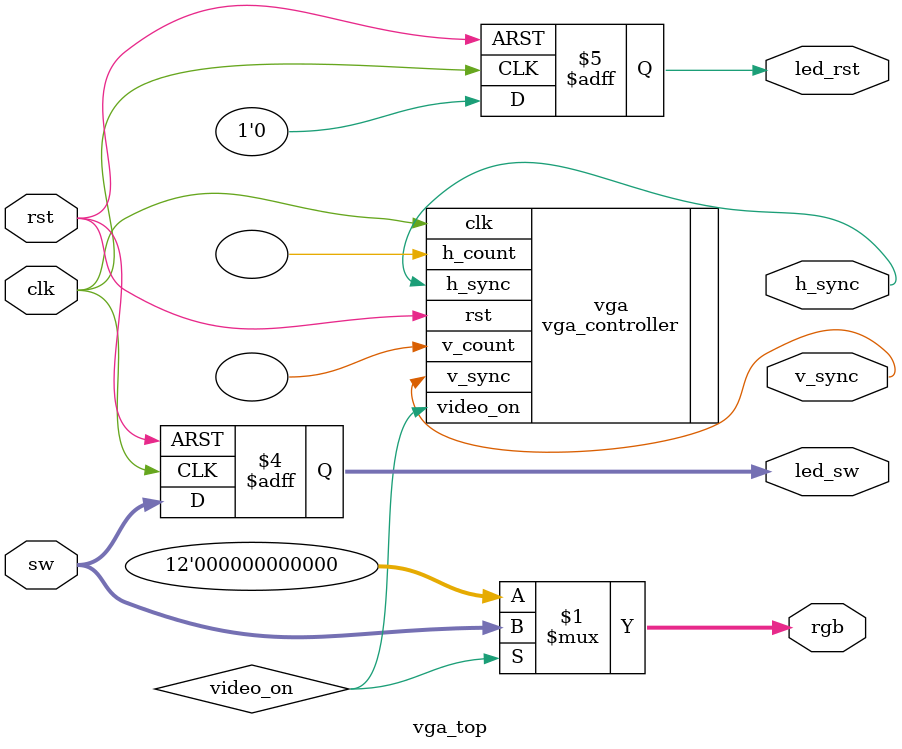
<source format=sv>
module vga_top(
    input logic clk,
    input logic rst,
    input logic [11:0] sw,

    output logic h_sync,
    output logic v_sync,
    output logic [11:0] rgb,
    output logic led_rst,
    output logic [11:0] led_sw
);
logic video_on;
vga_controller vga (.clk(clk), .rst(rst), .v_sync(v_sync), .h_sync(h_sync), .video_on(video_on), .h_count(), .v_count());

assign rgb = (video_on) ? sw : '0;

always_ff @(posedge clk, posedge rst) begin
    if (rst)
        led_rst <= 1;
    else 
        led_rst <= '0;
end


always_ff @(posedge clk, posedge rst) begin
    if (rst)
        led_sw <= 0;
    else 
        led_sw <= sw;
end

endmodule
</source>
